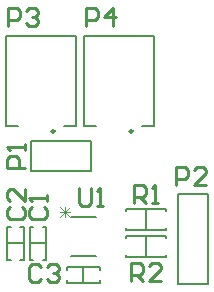
<source format=gbr>
%TF.GenerationSoftware,Altium Limited,Altium Designer,22.7.1 (60)*%
G04 Layer_Color=65535*
%FSLAX45Y45*%
%MOMM*%
%TF.SameCoordinates,04235CBA-543E-4B11-AFE6-CF9E8B66919D*%
%TF.FilePolarity,Positive*%
%TF.FileFunction,Legend,Top*%
%TF.Part,Single*%
G01*
G75*
%TA.AperFunction,NonConductor*%
%ADD27C,0.25000*%
%ADD28C,0.20000*%
%ADD29C,0.15000*%
%ADD30C,0.15240*%
%ADD31C,0.25400*%
%ADD32C,0.07620*%
D27*
X10451900Y7603600D02*
G03*
X10451900Y7603600I-12500J0D01*
G01*
X9791500D02*
G03*
X9791500Y7603600I-12500J0D01*
G01*
D28*
X10833100Y6311900D02*
Y7073900D01*
Y6311900D02*
X11087100D01*
Y7073900D01*
X10833100D02*
X11087100D01*
X10096500Y7264400D02*
Y7518400D01*
X9588500Y7264400D02*
X10096500D01*
X9588500D02*
Y7518400D01*
X10096500D01*
X10632805Y7646395D02*
Y8406396D01*
X10532800Y7646395D02*
X10632805D01*
X10042802Y8406396D02*
X10632805D01*
X10042777Y7646371D02*
Y8406372D01*
X10042802Y7646395D02*
X10142801D01*
X9972405D02*
Y8406396D01*
X9872400Y7646395D02*
X9972405D01*
X9382402Y8406396D02*
X9972405D01*
X9382377Y7646371D02*
Y8406372D01*
X9382402Y7646395D02*
X9482401D01*
D29*
X10396400Y6699400D02*
Y6719400D01*
X10736400D01*
Y6699400D02*
Y6719400D01*
X10396400Y6539400D02*
Y6559400D01*
Y6539400D02*
X10736400D01*
Y6559400D01*
X10566400Y6539400D02*
Y6719400D01*
X10395000Y6928000D02*
Y6948000D01*
X10735000D01*
Y6928000D02*
Y6948000D01*
X10395000Y6768000D02*
Y6788000D01*
Y6768000D02*
X10735000D01*
Y6788000D01*
X10565000Y6768000D02*
Y6948000D01*
X9893000Y6318100D02*
Y6348100D01*
Y6318100D02*
X10173000D01*
Y6348100D01*
Y6428100D02*
Y6458100D01*
X9893000D02*
X10173000D01*
X9893000Y6428100D02*
Y6458100D01*
X10033000Y6318100D02*
Y6458100D01*
X9582000Y6794800D02*
X9612000D01*
X9582000Y6514800D02*
Y6794800D01*
Y6514800D02*
X9612000D01*
X9692000D02*
X9722000D01*
Y6794800D01*
X9692000D02*
X9722000D01*
X9582000Y6654800D02*
X9722000D01*
X9391500Y6794800D02*
X9421500D01*
X9391500Y6514800D02*
Y6794800D01*
Y6514800D02*
X9421500D01*
X9501500D02*
X9531500D01*
Y6794800D01*
X9501500D02*
X9531500D01*
X9391500Y6654800D02*
X9531500D01*
D30*
X9932035Y6545580D02*
X10137775D01*
X9932035Y6880860D02*
X10137775D01*
D31*
X10820441Y7150125D02*
Y7302475D01*
X10896617D01*
X10922008Y7277083D01*
Y7226300D01*
X10896617Y7200908D01*
X10820441D01*
X11074359Y7150125D02*
X10972792D01*
X11074359Y7251692D01*
Y7277083D01*
X11048967Y7302475D01*
X10998184D01*
X10972792Y7277083D01*
X10439441Y6337325D02*
Y6489675D01*
X10515617D01*
X10541008Y6464283D01*
Y6413500D01*
X10515617Y6388108D01*
X10439441D01*
X10490225D02*
X10541008Y6337325D01*
X10693359D02*
X10591792D01*
X10693359Y6438892D01*
Y6464283D01*
X10667967Y6489675D01*
X10617184D01*
X10591792Y6464283D01*
X10464833Y6997725D02*
Y7150075D01*
X10541008D01*
X10566400Y7124683D01*
Y7073900D01*
X10541008Y7048508D01*
X10464833D01*
X10515617D02*
X10566400Y6997725D01*
X10617184D02*
X10667967D01*
X10642576D01*
Y7150075D01*
X10617184Y7124683D01*
X9994933Y7124675D02*
Y6997717D01*
X10020325Y6972325D01*
X10071108D01*
X10096500Y6997717D01*
Y7124675D01*
X10147284Y6972325D02*
X10198067D01*
X10172676D01*
Y7124675D01*
X10147284Y7099283D01*
X9677408Y6451583D02*
X9652017Y6476975D01*
X9601233D01*
X9575841Y6451583D01*
Y6350017D01*
X9601233Y6324625D01*
X9652017D01*
X9677408Y6350017D01*
X9728192Y6451583D02*
X9753584Y6476975D01*
X9804367D01*
X9829759Y6451583D01*
Y6426192D01*
X9804367Y6400800D01*
X9778975D01*
X9804367D01*
X9829759Y6375408D01*
Y6350017D01*
X9804367Y6324625D01*
X9753584D01*
X9728192Y6350017D01*
X9601217Y6959600D02*
X9575825Y6934208D01*
Y6883425D01*
X9601217Y6858033D01*
X9702783D01*
X9728175Y6883425D01*
Y6934208D01*
X9702783Y6959600D01*
X9728175Y7010384D02*
Y7061167D01*
Y7035776D01*
X9575825D01*
X9601217Y7010384D01*
X9410717Y6959608D02*
X9385325Y6934217D01*
Y6883433D01*
X9410717Y6858041D01*
X9512283D01*
X9537675Y6883433D01*
Y6934217D01*
X9512283Y6959608D01*
X9537675Y7111959D02*
Y7010392D01*
X9436108Y7111959D01*
X9410717D01*
X9385325Y7086567D01*
Y7035784D01*
X9410717Y7010392D01*
X9537675Y7289833D02*
X9385325D01*
Y7366008D01*
X9410717Y7391400D01*
X9461500D01*
X9486892Y7366008D01*
Y7289833D01*
X9537675Y7442184D02*
Y7492967D01*
Y7467576D01*
X9385325D01*
X9410717Y7442184D01*
X10055860Y8496300D02*
Y8648651D01*
X10132035D01*
X10157427Y8623259D01*
Y8572475D01*
X10132035Y8547083D01*
X10055860D01*
X10284386Y8496300D02*
Y8648651D01*
X10208211Y8572475D01*
X10309778D01*
X9395460Y8496300D02*
Y8648651D01*
X9471635D01*
X9497027Y8623259D01*
Y8572475D01*
X9471635Y8547083D01*
X9395460D01*
X9547811Y8623259D02*
X9573203Y8648651D01*
X9623986D01*
X9649378Y8623259D01*
Y8597867D01*
X9623986Y8572475D01*
X9598594D01*
X9623986D01*
X9649378Y8547083D01*
Y8521692D01*
X9623986Y8496300D01*
X9573203D01*
X9547811Y8521692D01*
D32*
X9839960Y6961259D02*
X9924599Y6876620D01*
X9839960D02*
X9924599Y6961259D01*
X9839960Y6918939D02*
X9924599D01*
X9882280Y6876620D02*
Y6961259D01*
%TF.MD5,62e893a9c425a696a232be58db33dd5d*%
M02*

</source>
